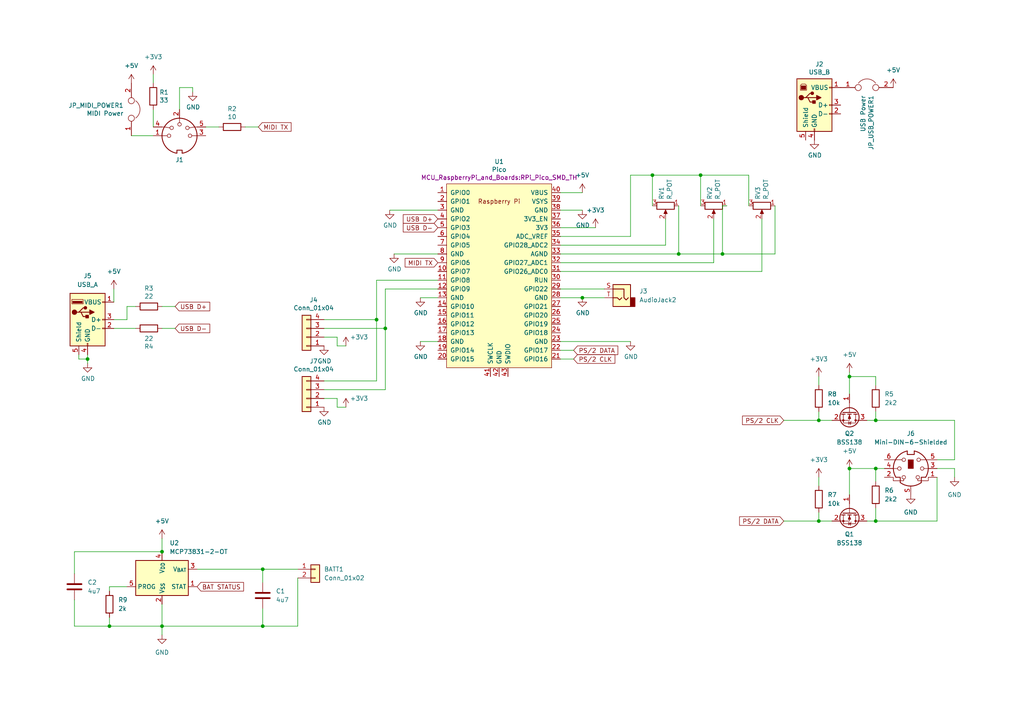
<source format=kicad_sch>
(kicad_sch (version 20230121) (generator eeschema)
  (paper "A4")
  (lib_symbols
    (symbol "Battery_Management:MCP73831-2-OT"
      (property "Reference" "U" (at -7.62 6.35 0))
      (property "Value" "MCP73831-2-OT" (at 1.27 6.35 0))
      (symbol "MCP73831-2-OT_0_1"
        (rectangle (start -7.62 5.08) (end 7.62 -5.08) (stroke (width 0.254)) (fill (type background)))
      )
      (symbol "MCP73831-2-OT_1_1"
        (pin output line (at 10.16 -2.54 180) (length 2.54) (name "STAT") (number "1"))
        (pin power_in line (at 0 -7.62 90) (length 2.54) (name "V_{SS}") (number "2"))
        (pin power_out line (at 10.16 2.54 180) (length 2.54) (name "V_{BAT}") (number "3"))
        (pin power_in line (at 0 7.62 270) (length 2.54) (name "V_{DD}") (number "4"))
        (pin input line (at -10.16 -2.54 0) (length 2.54) (name "PROG") (number "5"))
      )
    )
    (symbol "Connector:DIN-5_180degree" (pin_names (offset 1.016))
      (property "Reference" "J" (at 3.175 5.715 0))
      (property "Value" "DIN-5_180degree" (at 0 -6.35 0))
      (symbol "DIN-5_180degree_0_1"
        (arc (start -5.08 0) (mid -3.8609 -3.3364) (end -0.762 -5.08) (stroke (width 0.254)))
        (circle (center -3.048 0) (radius 0.508))
        (circle (center -2.286 2.286) (radius 0.508))
        (polyline (pts (xy -5.08 0) (xy -3.556 0)))
        (polyline (pts (xy 0 5.08) (xy 0 3.81)))
        (polyline (pts (xy 5.08 0) (xy 3.556 0)))
        (polyline (pts (xy -5.08 2.54) (xy -4.318 2.54) (xy -2.794 2.286)))
        (polyline (pts (xy 5.08 2.54) (xy 4.318 2.54) (xy 2.794 2.286)))
        (polyline (pts (xy -0.762 -4.953) (xy -0.762 -4.191) (xy 0.762 -4.191) (xy 0.762 -4.953)) (stroke (width 0.254)))
        (circle (center 0 3.302) (radius 0.508))
        (arc (start 0.762 -5.08) (mid 3.8685 -3.343) (end 5.08 0) (stroke (width 0.254)))
        (circle (center 2.286 2.286) (radius 0.508))
        (circle (center 3.048 0) (radius 0.508))
        (arc (start 5.08 0) (mid 0 5.0579) (end -5.08 0) (stroke (width 0.254)))
      )
      (symbol "DIN-5_180degree_1_1"
        (pin passive line (at -7.62 0 0) (length 2.54) (name "~") (number "1"))
        (pin passive line (at 0 7.62 270) (length 2.54) (name "~") (number "2"))
        (pin passive line (at 7.62 0 180) (length 2.54) (name "~") (number "3"))
        (pin passive line (at -7.62 2.54 0) (length 2.54) (name "~") (number "4"))
        (pin passive line (at 7.62 2.54 180) (length 2.54) (name "~") (number "5"))
      )
    )
    (symbol "Connector:USB_A" (pin_names (offset 1.016))
      (property "Reference" "J" (at -5.08 11.43 0))
      (property "Value" "USB_A" (at -5.08 8.89 0))
      (symbol "USB_A_0_1"
        (rectangle (start -5.08 -7.62) (end 5.08 7.62) (stroke (width 0.254)) (fill (type background)))
        (circle (center -3.81 2.159) (radius 0.635) (stroke (width 0.254)) (fill (type outline)))
        (rectangle (start -1.524 4.826) (end -4.318 5.334) (fill (type outline)))
        (rectangle (start -1.27 4.572) (end -4.572 5.842))
        (circle (center -0.635 3.429) (radius 0.381) (stroke (width 0.254)) (fill (type outline)))
        (rectangle (start -0.127 -7.62) (end 0.127 -6.858))
        (polyline (pts (xy -3.175 2.159) (xy -2.54 2.159) (xy -1.27 3.429) (xy -0.635 3.429)) (stroke (width 0.254)))
        (polyline (pts (xy -2.54 2.159) (xy -1.905 2.159) (xy -1.27 0.889) (xy 0 0.889)) (stroke (width 0.254)))
        (polyline (pts (xy 0.635 2.794) (xy 0.635 1.524) (xy 1.905 2.159) (xy 0.635 2.794)) (stroke (width 0.254)) (fill (type outline)))
        (rectangle (start 0.254 1.27) (end -0.508 0.508) (stroke (width 0.254)) (fill (type outline)))
        (rectangle (start 5.08 -2.667) (end 4.318 -2.413))
        (rectangle (start 5.08 -0.127) (end 4.318 0.127))
        (rectangle (start 5.08 4.953) (end 4.318 5.207))
      )
      (symbol "USB_A_1_1"
        (polyline (pts (xy -1.905 2.159) (xy 0.635 2.159)) (stroke (width 0.254)))
        (pin power_in line (at 7.62 5.08 180) (length 2.54) (name "VBUS") (number "1"))
        (pin bidirectional line (at 7.62 -2.54 180) (length 2.54) (name "D-") (number "2"))
        (pin bidirectional line (at 7.62 0 180) (length 2.54) (name "D+") (number "3"))
        (pin power_in line (at 0 -10.16 90) (length 2.54) (name "GND") (number "4"))
        (pin passive line (at -2.54 -10.16 90) (length 2.54) (name "Shield") (number "5"))
      )
    )
    (symbol "Connector:USB_B" (pin_names (offset 1.016))
      (property "Reference" "J" (at -5.08 11.43 0))
      (property "Value" "USB_B" (at -5.08 8.89 0))
      (symbol "USB_B_0_1"
        (rectangle (start -5.08 -7.62) (end 5.08 7.62) (stroke (width 0.254)) (fill (type background)))
        (circle (center -3.81 2.159) (radius 0.635) (stroke (width 0.254)) (fill (type outline)))
        (rectangle (start -3.81 5.588) (end -2.54 4.572) (fill (type outline)))
        (circle (center -0.635 3.429) (radius 0.381) (stroke (width 0.254)) (fill (type outline)))
        (rectangle (start -0.127 -7.62) (end 0.127 -6.858))
        (polyline (pts (xy -1.905 2.159) (xy 0.635 2.159)) (stroke (width 0.254)))
        (polyline (pts (xy -3.175 2.159) (xy -2.54 2.159) (xy -1.27 3.429) (xy -0.635 3.429)) (stroke (width 0.254)))
        (polyline (pts (xy -2.54 2.159) (xy -1.905 2.159) (xy -1.27 0.889) (xy 0 0.889)) (stroke (width 0.254)))
        (polyline (pts (xy 0.635 2.794) (xy 0.635 1.524) (xy 1.905 2.159) (xy 0.635 2.794)) (stroke (width 0.254)) (fill (type outline)))
        (polyline (pts (xy -4.064 4.318) (xy -2.286 4.318) (xy -2.286 5.715) (xy -2.667 6.096) (xy -3.683 6.096) (xy -4.064 5.715) (xy -4.064 4.318)))
        (rectangle (start 0.254 1.27) (end -0.508 0.508) (stroke (width 0.254)) (fill (type outline)))
        (rectangle (start 5.08 -2.667) (end 4.318 -2.413))
        (rectangle (start 5.08 -0.127) (end 4.318 0.127))
        (rectangle (start 5.08 4.953) (end 4.318 5.207))
      )
      (symbol "USB_B_1_1"
        (pin power_out line (at 7.62 5.08 180) (length 2.54) (name "VBUS") (number "1"))
        (pin bidirectional line (at 7.62 -2.54 180) (length 2.54) (name "D-") (number "2"))
        (pin bidirectional line (at 7.62 0 180) (length 2.54) (name "D+") (number "3"))
        (pin power_out line (at 0 -10.16 90) (length 2.54) (name "GND") (number "4"))
        (pin passive line (at -2.54 -10.16 90) (length 2.54) (name "Shield") (number "5"))
      )
    )
    (symbol "Connector_Audio:AudioJack2"
      (property "Reference" "J" (at 0 8.89 0))
      (property "Value" "AudioJack2" (at 0 6.35 0))
      (symbol "AudioJack2_0_1"
        (rectangle (start -3.81 0) (end -2.54 -2.54) (stroke (width 0.254)) (fill (type outline)))
        (rectangle (start -2.54 3.81) (end 2.54 -2.54) (stroke (width 0.254)) (fill (type background)))
        (polyline (pts (xy 0 0) (xy 0.635 -0.635) (xy 1.27 0) (xy 2.54 0)) (stroke (width 0.254)))
        (polyline (pts (xy 2.54 2.54) (xy -0.635 2.54) (xy -0.635 0) (xy -1.27 -0.635) (xy -1.905 0)) (stroke (width 0.254)))
      )
      (symbol "AudioJack2_1_1"
        (pin passive line (at 5.08 2.54 180) (length 2.54) (name "~") (number "S"))
        (pin passive line (at 5.08 0 180) (length 2.54) (name "~") (number "T"))
      )
    )
    (symbol "Connector_Generic:Conn_01x02" (pin_names (offset 1.016) hide)
      (property "Reference" "J" (at 0 2.54 0))
      (property "Value" "Conn_01x02" (at 0 -5.08 0))
      (symbol "Conn_01x02_1_1"
        (rectangle (start -1.27 -2.413) (end 0 -2.667) (stroke (width 0.1524)))
        (rectangle (start -1.27 0.127) (end 0 -0.127) (stroke (width 0.1524)))
        (rectangle (start -1.27 1.27) (end 1.27 -3.81) (stroke (width 0.254)) (fill (type background)))
        (pin passive line (at -5.08 0 0) (length 3.81) (name "Pin_1") (number "1"))
        (pin passive line (at -5.08 -2.54 0) (length 3.81) (name "Pin_2") (number "2"))
      )
    )
    (symbol "Connector_Generic:Conn_01x04" (pin_names (offset 1.016) hide)
      (property "Reference" "J" (at 0 5.08 0))
      (property "Value" "Conn_01x04" (at 0 -7.62 0))
      (symbol "Conn_01x04_1_1"
        (rectangle (start -1.27 -4.953) (end 0 -5.207) (stroke (width 0.1524)))
        (rectangle (start -1.27 -2.413) (end 0 -2.667) (stroke (width 0.1524)))
        (rectangle (start -1.27 0.127) (end 0 -0.127) (stroke (width 0.1524)))
        (rectangle (start -1.27 2.667) (end 0 2.413) (stroke (width 0.1524)))
        (rectangle (start -1.27 3.81) (end 1.27 -6.35) (stroke (width 0.254)) (fill (type background)))
        (pin passive line (at -5.08 2.54 0) (length 3.81) (name "Pin_1") (number "1"))
        (pin passive line (at -5.08 0 0) (length 3.81) (name "Pin_2") (number "2"))
        (pin passive line (at -5.08 -2.54 0) (length 3.81) (name "Pin_3") (number "3"))
        (pin passive line (at -5.08 -5.08 0) (length 3.81) (name "Pin_4") (number "4"))
      )
    )
    (symbol "Device:C" (pin_numbers hide) (pin_names (offset 0.254))
      (property "Reference" "C" (at 0.635 2.54 0))
      (property "Value" "C" (at 0.635 -2.54 0))
      (symbol "C_0_1"
        (polyline (pts (xy -2.032 -0.762) (xy 2.032 -0.762)) (stroke (width 0.508)))
        (polyline (pts (xy -2.032 0.762) (xy 2.032 0.762)) (stroke (width 0.508)))
      )
      (symbol "C_1_1"
        (pin passive line (at 0 3.81 270) (length 2.794) (name "~") (number "1"))
        (pin passive line (at 0 -3.81 90) (length 2.794) (name "~") (number "2"))
      )
    )
    (symbol "Device:R" (pin_numbers hide) (pin_names (offset 0))
      (property "Reference" "R" (at 2.032 0 90))
      (property "Value" "R" (at 0 0 90))
      (symbol "R_0_1"
        (rectangle (start -1.016 -2.54) (end 1.016 2.54) (stroke (width 0.254)))
      )
      (symbol "R_1_1"
        (pin passive line (at 0 3.81 270) (length 1.27) (name "~") (number "1"))
        (pin passive line (at 0 -3.81 90) (length 1.27) (name "~") (number "2"))
      )
    )
    (symbol "Transistor_FET:BSS138" (pin_names hide)
      (property "Reference" "Q" (at 5.08 1.905 0))
      (property "Value" "BSS138" (at 5.08 0 0))
      (symbol "BSS138_0_1"
        (polyline (pts (xy 0.254 0) (xy -2.54 0)))
        (polyline (pts (xy 0.254 1.905) (xy 0.254 -1.905)) (stroke (width 0.254)))
        (polyline (pts (xy 0.762 -1.27) (xy 0.762 -2.286)) (stroke (width 0.254)))
        (polyline (pts (xy 0.762 0.508) (xy 0.762 -0.508)) (stroke (width 0.254)))
        (polyline (pts (xy 0.762 2.286) (xy 0.762 1.27)) (stroke (width 0.254)))
        (polyline (pts (xy 2.54 2.54) (xy 2.54 1.778)))
        (polyline (pts (xy 2.54 -2.54) (xy 2.54 0) (xy 0.762 0)))
        (polyline (pts (xy 0.762 -1.778) (xy 3.302 -1.778) (xy 3.302 1.778) (xy 0.762 1.778)))
        (polyline (pts (xy 1.016 0) (xy 2.032 0.381) (xy 2.032 -0.381) (xy 1.016 0)) (fill (type outline)))
        (polyline (pts (xy 2.794 0.508) (xy 2.921 0.381) (xy 3.683 0.381) (xy 3.81 0.254)))
        (polyline (pts (xy 3.302 0.381) (xy 2.921 -0.254) (xy 3.683 -0.254) (xy 3.302 0.381)))
        (circle (center 1.651 0) (radius 2.794) (stroke (width 0.254)))
        (circle (center 2.54 -1.778) (radius 0.254) (fill (type outline)))
        (circle (center 2.54 1.778) (radius 0.254) (fill (type outline)))
      )
      (symbol "BSS138_1_1"
        (pin input line (at -5.08 0 0) (length 2.54) (name "G") (number "1"))
        (pin passive line (at 2.54 -5.08 90) (length 2.54) (name "S") (number "2"))
        (pin passive line (at 2.54 5.08 270) (length 2.54) (name "D") (number "3"))
      )
    )
    (symbol "keytar-parts:Mini-DIN-6-Shielded" (pin_names (offset 1.016))
      (property "Reference" "J" (at 0 6.35 0))
      (property "Value" "Mini-DIN-6-Shielded" (at 0 8.89 0))
      (symbol "Mini-DIN-6-Shielded_0_1"
        (circle (center -3.302 0) (radius 0.508))
        (arc (start -3.048 -4.064) (mid 0 -5.08) (end 3.048 -4.064) (stroke (width 0.254)))
        (circle (center -2.032 -2.54) (radius 0.508))
        (circle (center -2.032 2.54) (radius 0.508))
        (arc (start -1.016 5.08) (mid -4.6228 2.1214) (end -4.318 -2.54) (stroke (width 0.254)))
        (rectangle (start -0.762 2.54) (end 0.762 0) (fill (type outline)))
        (polyline (pts (xy -3.81 0) (xy -5.08 0)))
        (polyline (pts (xy -2.54 2.54) (xy -5.08 2.54)))
        (polyline (pts (xy 2.794 2.54) (xy 5.08 2.54)))
        (polyline (pts (xy 5.08 0) (xy 3.81 0)))
        (polyline (pts (xy -4.318 -2.54) (xy -3.048 -2.54) (xy -3.048 -4.064)) (stroke (width 0.254)))
        (polyline (pts (xy 4.318 -2.54) (xy 3.048 -2.54) (xy 3.048 -4.064)) (stroke (width 0.254)))
        (polyline (pts (xy -2.032 -3.048) (xy -2.032 -3.556) (xy -5.08 -3.556) (xy -5.08 -2.54)))
        (polyline (pts (xy -1.016 5.08) (xy -1.016 4.064) (xy 1.016 4.064) (xy 1.016 5.08)) (stroke (width 0.254)))
        (polyline (pts (xy 2.032 -3.048) (xy 2.032 -3.556) (xy 5.08 -3.556) (xy 5.08 -2.54)))
        (circle (center 2.032 -2.54) (radius 0.508))
        (circle (center 2.286 2.54) (radius 0.508))
        (circle (center 3.302 0) (radius 0.508))
        (arc (start 4.318 -2.54) (mid 4.6661 2.1322) (end 1.016 5.08) (stroke (width 0.254)))
      )
      (symbol "Mini-DIN-6-Shielded_1_1"
        (pin passive line (at 7.62 -2.54 180) (length 2.54) (name "~") (number "1"))
        (pin passive line (at -7.62 -2.54 0) (length 2.54) (name "~") (number "2"))
        (pin passive line (at 7.62 0 180) (length 2.54) (name "~") (number "3"))
        (pin passive line (at -7.62 0 0) (length 2.54) (name "~") (number "4"))
        (pin passive line (at 7.62 2.54 180) (length 2.54) (name "~") (number "5"))
        (pin passive line (at -7.62 2.54 0) (length 2.54) (name "~") (number "6"))
        (pin passive line (at 0 -7.62 90) (length 2.54) (name "") (number "S"))
      )
    )
    (symbol "keytar-rescue:Jumper-Device" (pin_names (offset 0.762) hide)
      (property "Reference" "JP" (at 0 3.81 0))
      (property "Value" "Device_Jumper" (at 0 -2.032 0))
      (symbol "Jumper-Device_0_1"
        (circle (center -2.54 0) (radius 0.889))
        (arc (start 2.5146 1.27) (mid 0.0078 2.5097) (end -2.4892 1.27))
        (circle (center 2.54 0) (radius 0.889))
        (pin passive line (at -7.62 0 0) (length 4.191) (name "1") (number "1"))
        (pin passive line (at 7.62 0 180) (length 4.191) (name "2") (number "2"))
      )
    )
    (symbol "keytar-rescue:Pico-MCU_RaspberryPi_and_Boards" (pin_names (offset 1.016))
      (property "Reference" "U" (at -13.97 27.94 0))
      (property "Value" "MCU_RaspberryPi_and_Boards_Pico" (at 0 19.05 0))
      (symbol "Pico-MCU_RaspberryPi_and_Boards_0_0"
        (text "Raspberry Pi" (at 0 21.59 0) (effects (font (size 1.27 1.27))))
      )
      (symbol "Pico-MCU_RaspberryPi_and_Boards_0_1"
        (rectangle (start -15.24 26.67) (end 15.24 -26.67) (fill (type background)))
      )
      (symbol "Pico-MCU_RaspberryPi_and_Boards_1_1"
        (pin bidirectional line (at -17.78 24.13 0) (length 2.54) (name "GPIO0") (number "1"))
        (pin bidirectional line (at -17.78 1.27 0) (length 2.54) (name "GPIO7") (number "10"))
        (pin bidirectional line (at -17.78 -1.27 0) (length 2.54) (name "GPIO8") (number "11"))
        (pin bidirectional line (at -17.78 -3.81 0) (length 2.54) (name "GPIO9") (number "12"))
        (pin power_in line (at -17.78 -6.35 0) (length 2.54) (name "GND") (number "13"))
        (pin bidirectional line (at -17.78 -8.89 0) (length 2.54) (name "GPIO10") (number "14"))
        (pin bidirectional line (at -17.78 -11.43 0) (length 2.54) (name "GPIO11") (number "15"))
        (pin bidirectional line (at -17.78 -13.97 0) (length 2.54) (name "GPIO12") (number "16"))
        (pin bidirectional line (at -17.78 -16.51 0) (length 2.54) (name "GPIO13") (number "17"))
        (pin power_in line (at -17.78 -19.05 0) (length 2.54) (name "GND") (number "18"))
        (pin bidirectional line (at -17.78 -21.59 0) (length 2.54) (name "GPIO14") (number "19"))
        (pin bidirectional line (at -17.78 21.59 0) (length 2.54) (name "GPIO1") (number "2"))
        (pin bidirectional line (at -17.78 -24.13 0) (length 2.54) (name "GPIO15") (number "20"))
        (pin bidirectional line (at 17.78 -24.13 180) (length 2.54) (name "GPIO16") (number "21"))
        (pin bidirectional line (at 17.78 -21.59 180) (length 2.54) (name "GPIO17") (number "22"))
        (pin power_in line (at 17.78 -19.05 180) (length 2.54) (name "GND") (number "23"))
        (pin bidirectional line (at 17.78 -16.51 180) (length 2.54) (name "GPIO18") (number "24"))
        (pin bidirectional line (at 17.78 -13.97 180) (length 2.54) (name "GPIO19") (number "25"))
        (pin bidirectional line (at 17.78 -11.43 180) (length 2.54) (name "GPIO20") (number "26"))
        (pin bidirectional line (at 17.78 -8.89 180) (length 2.54) (name "GPIO21") (number "27"))
        (pin power_in line (at 17.78 -6.35 180) (length 2.54) (name "GND") (number "28"))
        (pin bidirectional line (at 17.78 -3.81 180) (length 2.54) (name "GPIO22") (number "29"))
        (pin power_in line (at -17.78 19.05 0) (length 2.54) (name "GND") (number "3"))
        (pin input line (at 17.78 -1.27 180) (length 2.54) (name "RUN") (number "30"))
        (pin bidirectional line (at 17.78 1.27 180) (length 2.54) (name "GPIO26_ADC0") (number "31"))
        (pin bidirectional line (at 17.78 3.81 180) (length 2.54) (name "GPIO27_ADC1") (number "32"))
        (pin power_in line (at 17.78 6.35 180) (length 2.54) (name "AGND") (number "33"))
        (pin bidirectional line (at 17.78 8.89 180) (length 2.54) (name "GPIO28_ADC2") (number "34"))
        (pin unspecified line (at 17.78 11.43 180) (length 2.54) (name "ADC_VREF") (number "35"))
        (pin unspecified line (at 17.78 13.97 180) (length 2.54) (name "3V3") (number "36"))
        (pin input line (at 17.78 16.51 180) (length 2.54) (name "3V3_EN") (number "37"))
        (pin bidirectional line (at 17.78 19.05 180) (length 2.54) (name "GND") (number "38"))
        (pin unspecified line (at 17.78 21.59 180) (length 2.54) (name "VSYS") (number "39"))
        (pin bidirectional line (at -17.78 16.51 0) (length 2.54) (name "GPIO2") (number "4"))
        (pin unspecified line (at 17.78 24.13 180) (length 2.54) (name "VBUS") (number "40"))
        (pin input line (at -2.54 -29.21 90) (length 2.54) (name "SWCLK") (number "41"))
        (pin power_in line (at 0 -29.21 90) (length 2.54) (name "GND") (number "42"))
        (pin bidirectional line (at 2.54 -29.21 90) (length 2.54) (name "SWDIO") (number "43"))
        (pin bidirectional line (at -17.78 13.97 0) (length 2.54) (name "GPIO3") (number "5"))
        (pin bidirectional line (at -17.78 11.43 0) (length 2.54) (name "GPIO4") (number "6"))
        (pin bidirectional line (at -17.78 8.89 0) (length 2.54) (name "GPIO5") (number "7"))
        (pin power_in line (at -17.78 6.35 0) (length 2.54) (name "GND") (number "8"))
        (pin bidirectional line (at -17.78 3.81 0) (length 2.54) (name "GPIO6") (number "9"))
      )
    )
    (symbol "keytar-rescue:R_POT-Device" (pin_names (offset 1.016) hide)
      (property "Reference" "RV" (at -4.445 0 90))
      (property "Value" "Device_R_POT" (at -2.54 0 90))
      (symbol "R_POT-Device_0_1"
        (polyline (pts (xy 2.54 0) (xy 1.524 0)))
        (polyline (pts (xy 1.143 0) (xy 2.286 0.508) (xy 2.286 -0.508) (xy 1.143 0)) (fill (type outline)))
        (rectangle (start 1.016 2.54) (end -1.016 -2.54) (stroke (width 0.254)))
      )
      (symbol "R_POT-Device_1_1"
        (pin passive line (at 0 3.81 270) (length 1.27) (name "1") (number "1"))
        (pin passive line (at 3.81 0 180) (length 1.27) (name "2") (number "2"))
        (pin passive line (at 0 -3.81 90) (length 1.27) (name "3") (number "3"))
      )
    )
    (symbol "power:+3V3" (power) (pin_names (offset 0))
      (property "Value" "+3V3" (at 0 3.556 0))
      (symbol "+3V3_0_1"
        (polyline (pts (xy -0.762 1.27) (xy 0 2.54)))
        (polyline (pts (xy 0 0) (xy 0 2.54)))
        (polyline (pts (xy 0 2.54) (xy 0.762 1.27)))
      )
      (symbol "+3V3_1_1"
        (pin power_in line (at 0 0 90) (length 0) hide (name "+3V3") (number "1"))
      )
    )
    (symbol "power:+5V" (power) (pin_names (offset 0))
      (property "Value" "+5V" (at 0 3.556 0))
      (symbol "+5V_0_1"
        (polyline (pts (xy -0.762 1.27) (xy 0 2.54)))
        (polyline (pts (xy 0 0) (xy 0 2.54)))
        (polyline (pts (xy 0 2.54) (xy 0.762 1.27)))
      )
      (symbol "+5V_1_1"
        (pin power_in line (at 0 0 90) (length 0) hide (name "+5V") (number "1"))
      )
    )
    (symbol "power:GND" (power) (pin_names (offset 0))
      (property "Value" "GND" (at 0 -3.81 0))
      (symbol "GND_0_1"
        (polyline (pts (xy 0 0) (xy 0 -1.27) (xy 1.27 -1.27) (xy 0 -2.54) (xy -1.27 -1.27) (xy 0 -1.27)))
      )
      (symbol "GND_1_1"
        (pin power_in line (at 0 0 270) (length 0) hide (name "GND") (number "1"))
      )
    )
  )
  (junction (at 31.75 181.61))
  (junction (at 203.2 50.8))
  (junction (at 111.76 95.25))
  (junction (at 237.49 151.13))
  (junction (at 189.23 50.8))
  (junction (at 76.2 165.1))
  (junction (at 209.55 73.66))
  (junction (at 254 121.92))
  (junction (at 76.2 181.61))
  (junction (at 196.85 73.66))
  (junction (at 254 151.13))
  (junction (at 237.49 121.92))
  (junction (at 46.99 181.61))
  (junction (at 254 135.89))
  (junction (at 246.38 135.89))
  (junction (at 25.4 104.14))
  (junction (at 168.91 86.36))
  (junction (at 246.38 109.22))
  (junction (at 46.99 160.02))
  (junction (at 109.22 92.71))
  (wire (pts (xy 44.45 24.13) (xy 44.45 21.59)))
  (wire (pts (xy 76.2 168.91) (xy 76.2 165.1)))
  (wire (pts (xy 46.99 88.9) (xy 50.8 88.9)))
  (wire (pts (xy 182.88 50.8) (xy 189.23 50.8)))
  (wire (pts (xy 46.99 181.61) (xy 76.2 181.61)))
  (wire (pts (xy 162.56 71.12) (xy 193.04 71.12)))
  (wire (pts (xy 74.93 36.83) (xy 71.12 36.83)))
  (wire (pts (xy 203.2 50.8) (xy 217.17 50.8)))
  (wire (pts (xy 207.01 76.2) (xy 162.56 76.2)))
  (wire (pts (xy 33.02 92.71) (xy 36.83 92.71)))
  (wire (pts (xy 97.79 100.33) (xy 100.33 100.33)))
  (wire (pts (xy 97.79 118.11) (xy 100.33 118.11)))
  (wire (pts (xy 246.38 143.51) (xy 246.38 135.89)))
  (wire (pts (xy 254 119.38) (xy 254 121.92)))
  (wire (pts (xy 36.83 88.9) (xy 39.37 88.9)))
  (wire (pts (xy 241.3 121.92) (xy 237.49 121.92)))
  (wire (pts (xy 254 147.32) (xy 254 151.13)))
  (wire (pts (xy 162.56 83.82) (xy 175.26 83.82)))
  (wire (pts (xy 246.38 107.95) (xy 246.38 109.22)))
  (wire (pts (xy 86.36 167.64) (xy 86.36 181.61)))
  (wire (pts (xy 46.99 95.25) (xy 50.8 95.25)))
  (wire (pts (xy 246.38 109.22) (xy 254 109.22)))
  (wire (pts (xy 203.2 50.8) (xy 203.2 59.69)))
  (wire (pts (xy 25.4 102.87) (xy 25.4 104.14)))
  (wire (pts (xy 209.55 73.66) (xy 224.79 73.66)))
  (wire (pts (xy 33.02 95.25) (xy 39.37 95.25)))
  (wire (pts (xy 227.33 121.92) (xy 237.49 121.92)))
  (wire (pts (xy 114.3 73.66) (xy 127 73.66)))
  (wire (pts (xy 276.86 121.92) (xy 276.86 133.35)))
  (wire (pts (xy 251.46 121.92) (xy 254 121.92)))
  (wire (pts (xy 31.75 171.45) (xy 31.75 170.18)))
  (wire (pts (xy 46.99 175.26) (xy 46.99 181.61)))
  (wire (pts (xy 276.86 135.89) (xy 276.86 138.43)))
  (wire (pts (xy 162.56 68.58) (xy 182.88 68.58)))
  (wire (pts (xy 246.38 135.89) (xy 254 135.89)))
  (wire (pts (xy 31.75 170.18) (xy 36.83 170.18)))
  (wire (pts (xy 36.83 88.9) (xy 36.83 92.71)))
  (wire (pts (xy 25.4 104.14) (xy 25.4 105.41)))
  (wire (pts (xy 172.72 66.04) (xy 162.56 66.04)))
  (wire (pts (xy 271.78 135.89) (xy 276.86 135.89)))
  (wire (pts (xy 46.99 184.15) (xy 46.99 181.61)))
  (wire (pts (xy 22.86 104.14) (xy 25.4 104.14)))
  (wire (pts (xy 162.56 101.6) (xy 166.37 101.6)))
  (wire (pts (xy 189.23 50.8) (xy 203.2 50.8)))
  (wire (pts (xy 237.49 148.59) (xy 237.49 151.13)))
  (wire (pts (xy 162.56 78.74) (xy 220.98 78.74)))
  (wire (pts (xy 21.59 181.61) (xy 31.75 181.61)))
  (wire (pts (xy 109.22 92.71) (xy 109.22 81.28)))
  (wire (pts (xy 207.01 63.5) (xy 207.01 76.2)))
  (wire (pts (xy 59.69 36.83) (xy 63.5 36.83)))
  (wire (pts (xy 22.86 102.87) (xy 22.86 104.14)))
  (wire (pts (xy 38.1 39.37) (xy 44.45 39.37)))
  (wire (pts (xy 76.2 165.1) (xy 86.36 165.1)))
  (wire (pts (xy 224.79 73.66) (xy 224.79 59.69)))
  (wire (pts (xy 251.46 151.13) (xy 254 151.13)))
  (wire (pts (xy 111.76 113.03) (xy 111.76 95.25)))
  (wire (pts (xy 76.2 181.61) (xy 86.36 181.61)))
  (wire (pts (xy 196.85 73.66) (xy 209.55 73.66)))
  (wire (pts (xy 162.56 73.66) (xy 196.85 73.66)))
  (wire (pts (xy 196.85 59.69) (xy 196.85 73.66)))
  (wire (pts (xy 254 121.92) (xy 276.86 121.92)))
  (wire (pts (xy 76.2 176.53) (xy 76.2 181.61)))
  (wire (pts (xy 93.98 97.79) (xy 97.79 97.79)))
  (wire (pts (xy 193.04 71.12) (xy 193.04 63.5)))
  (wire (pts (xy 52.07 31.75) (xy 52.07 25.4)))
  (wire (pts (xy 162.56 60.96) (xy 168.91 60.96)))
  (wire (pts (xy 109.22 81.28) (xy 127 81.28)))
  (wire (pts (xy 31.75 181.61) (xy 46.99 181.61)))
  (wire (pts (xy 237.49 109.22) (xy 237.49 111.76)))
  (wire (pts (xy 33.02 83.82) (xy 33.02 87.63)))
  (wire (pts (xy 111.76 95.25) (xy 111.76 83.82)))
  (wire (pts (xy 31.75 181.61) (xy 31.75 179.07)))
  (wire (pts (xy 237.49 121.92) (xy 237.49 119.38)))
  (wire (pts (xy 93.98 92.71) (xy 109.22 92.71)))
  (wire (pts (xy 276.86 133.35) (xy 271.78 133.35)))
  (wire (pts (xy 55.88 25.4) (xy 55.88 26.67)))
  (wire (pts (xy 46.99 156.21) (xy 46.99 160.02)))
  (wire (pts (xy 162.56 55.88) (xy 168.91 55.88)))
  (wire (pts (xy 210.82 59.69) (xy 209.55 59.69)))
  (wire (pts (xy 237.49 138.43) (xy 237.49 140.97)))
  (wire (pts (xy 162.56 99.06) (xy 182.88 99.06)))
  (wire (pts (xy 93.98 115.57) (xy 97.79 115.57)))
  (wire (pts (xy 162.56 86.36) (xy 168.91 86.36)))
  (wire (pts (xy 97.79 115.57) (xy 97.79 118.11)))
  (wire (pts (xy 271.78 151.13) (xy 271.78 138.43)))
  (wire (pts (xy 21.59 173.99) (xy 21.59 181.61)))
  (wire (pts (xy 209.55 59.69) (xy 209.55 73.66)))
  (wire (pts (xy 189.23 50.8) (xy 189.23 59.69)))
  (wire (pts (xy 109.22 110.49) (xy 109.22 92.71)))
  (wire (pts (xy 254 111.76) (xy 254 109.22)))
  (wire (pts (xy 57.15 165.1) (xy 76.2 165.1)))
  (wire (pts (xy 121.92 86.36) (xy 127 86.36)))
  (wire (pts (xy 111.76 83.82) (xy 127 83.82)))
  (wire (pts (xy 182.88 50.8) (xy 182.88 68.58)))
  (wire (pts (xy 254 135.89) (xy 254 139.7)))
  (wire (pts (xy 44.45 36.83) (xy 44.45 31.75)))
  (wire (pts (xy 111.76 95.25) (xy 93.98 95.25)))
  (wire (pts (xy 220.98 78.74) (xy 220.98 63.5)))
  (wire (pts (xy 227.33 151.13) (xy 237.49 151.13)))
  (wire (pts (xy 168.91 86.36) (xy 175.26 86.36)))
  (wire (pts (xy 254 135.89) (xy 256.54 135.89)))
  (wire (pts (xy 52.07 25.4) (xy 55.88 25.4)))
  (wire (pts (xy 93.98 110.49) (xy 109.22 110.49)))
  (wire (pts (xy 237.49 151.13) (xy 241.3 151.13)))
  (wire (pts (xy 97.79 97.79) (xy 97.79 100.33)))
  (wire (pts (xy 121.92 99.06) (xy 127 99.06)))
  (wire (pts (xy 217.17 50.8) (xy 217.17 59.69)))
  (wire (pts (xy 113.03 60.96) (xy 127 60.96)))
  (wire (pts (xy 246.38 109.22) (xy 246.38 114.3)))
  (wire (pts (xy 93.98 113.03) (xy 111.76 113.03)))
  (wire (pts (xy 21.59 166.37) (xy 21.59 160.02)))
  (wire (pts (xy 21.59 160.02) (xy 46.99 160.02)))
  (wire (pts (xy 254 151.13) (xy 271.78 151.13)))
  (wire (pts (xy 162.56 104.14) (xy 166.37 104.14)))
  (global_label "MIDI TX" (shape input) (at 74.93 36.83 0) (property "Intersheetrefs" "${INTERSHEET_REFS}" (effects hide)))
  (global_label "USB D-" (shape input) (at 127 66.04 180) (property "Intersheetrefs" "${INTERSHEET_REFS}" (effects hide)))
  (global_label "USB D+" (shape input) (at 50.8 88.9 0) (property "Intersheetrefs" "${INTERSHEET_REFS}" (effects hide)))
  (global_label "MIDI TX" (shape input) (at 127 76.2 180) (property "Intersheetrefs" "${INTERSHEET_REFS}" (effects hide)))
  (global_label "PS{slash}2 CLK" (shape input) (at 166.37 104.14 0) (property "Intersheetrefs" "${INTERSHEET_REFS}" (effects hide)))
  (global_label "PS{slash}2 DATA" (shape input) (at 166.37 101.6 0) (property "Intersheetrefs" "${INTERSHEET_REFS}" (effects hide)))
  (global_label "USB D+" (shape input) (at 127 63.5 180) (property "Intersheetrefs" "${INTERSHEET_REFS}" (effects hide)))
  (global_label "PS{slash}2 CLK" (shape input) (at 227.33 121.92 180) (property "Intersheetrefs" "${INTERSHEET_REFS}" (effects hide)))
  (global_label "BAT STATUS" (shape input) (at 57.15 170.18 0) (property "Intersheetrefs" "${INTERSHEET_REFS}" (effects hide)))
  (global_label "PS{slash}2 DATA" (shape input) (at 227.33 151.13 180) (property "Intersheetrefs" "${INTERSHEET_REFS}" (effects hide)))
  (global_label "USB D-" (shape input) (at 50.8 95.25 0) (property "Intersheetrefs" "${INTERSHEET_REFS}" (effects hide)))
  (symbol (lib_id "keytar-rescue:Pico-MCU_RaspberryPi_and_Boards") (at 144.78 80.01 0) (unit 1)
    (property "Reference" "U1" (at 144.78 46.863 0))
    (property "Value" "Pico" (at 144.78 49.1744 0))
    (property "Footprint" "MCU_RaspberryPi_and_Boards:RPi_Pico_SMD_TH" (at 144.78 51.4858 0))
  )
  (symbol (lib_id "Connector:USB_B") (at 236.22 30.48 0) (unit 1)
    (property "Reference" "J2" (at 237.6678 18.6182 0))
    (property "Value" "USB_B" (at 237.6678 20.9296 0))
    (property "Footprint" "Connector_USB:USB_B_OST_USB-B1HSxx_Horizontal" (effects hide))
    (property "Datasheet" " ~" (effects hide))
  )
  (symbol (lib_id "power:GND") (at 236.22 40.64 0) (unit 1)
    (property "Reference" "#PWR0101" (effects hide))
    (property "Value" "GND" (at 236.347 45.0342 0))
  )
  (symbol (lib_id "power:GND") (at 55.88 26.67 0) (unit 1)
    (property "Reference" "#PWR0102" (effects hide))
    (property "Value" "GND" (at 56.007 31.0642 0))
  )
  (symbol (lib_id "Connector_Generic:Conn_01x04") (at 88.9 97.79 180) (unit 1)
    (property "Reference" "J4" (at 90.9828 86.995 0))
    (property "Value" "Conn_01x04" (at 90.9828 89.3064 0))
    (property "Footprint" "Connector_JST:JST_XH_B4B-XH-A_1x04_P2.50mm_Vertical" (effects hide))
  )
  (symbol (lib_id "Connector:DIN-5_180degree") (at 52.07 39.37 0) (unit 1)
    (property "Reference" "J1" (at 52.07 46.355 0))
    (property "Value" " " (at 52.07 48.6664 0))
    (property "Footprint" "Eurocad:MIDI_DIN5" (effects hide))
    (property "Datasheet" "http://www.mouser.com/ds/2/18/40_c091_abd_e-75918.pdf" (effects hide))
  )
  (symbol (lib_id "Device:R") (at 44.45 27.94 180) (unit 1)
    (property "Reference" "R1" (at 46.228 26.7716 0) (effects (justify right)))
    (property "Value" "33" (at 46.228 29.083 0) (effects (justify right)))
    (property "Footprint" "Resistor_SMD:R_1206_3216Metric_Pad1.30x1.75mm_HandSolder" (effects hide))
  )
  (symbol (lib_id "Device:R") (at 67.31 36.83 90) (unit 1)
    (property "Reference" "R2" (at 67.31 31.5722 90))
    (property "Value" "10" (at 67.31 33.8836 90))
    (property "Footprint" "Resistor_SMD:R_1206_3216Metric_Pad1.30x1.75mm_HandSolder" (effects hide))
  )
  (symbol (lib_id "keytar-rescue:Jumper-Device") (at 38.1 31.75 270) (mirror x) (unit 1)
    (property "Reference" "JP_MIDI_POWER1" (at 35.8648 30.5816 90) (effects (justify right)))
    (property "Value" "MIDI Power" (at 35.8648 32.893 90) (effects (justify right)))
    (property "Footprint" "Connector_PinHeader_2.54mm:PinHeader_1x02_P2.54mm_Vertical" (effects hide))
  )
  (symbol (lib_id "keytar-rescue:R_POT-Device") (at 193.04 59.69 270) (unit 1)
    (property "Reference" "RV1" (at 191.8716 57.912 0) (effects (justify right)))
    (property "Value" "R_POT" (at 194.183 57.912 0) (effects (justify right)))
    (property "Footprint" "Connector_JST:JST_XH_B3B-XH-A_1x03_P2.50mm_Vertical" (effects hide))
  )
  (symbol (lib_id "power:GND") (at 46.99 184.15 0) (unit 1)
    (property "Reference" "#PWR025" (effects hide))
    (property "Value" "GND" (at 46.99 189.23 0))
  )
  (symbol (lib_id "power:+3V3") (at 100.33 118.11 0) (unit 1)
    (property "Reference" "#PWR018" (effects hide))
    (property "Value" "+3V3" (at 104.14 115.57 0))
  )
  (symbol (lib_id "Device:R") (at 43.18 95.25 90) (mirror x) (unit 1)
    (property "Reference" "R4" (at 43.18 100.5078 90))
    (property "Value" "22" (at 43.18 98.1964 90))
    (property "Footprint" "Resistor_SMD:R_1206_3216Metric_Pad1.30x1.75mm_HandSolder" (effects hide))
  )
  (symbol (lib_id "Battery_Management:MCP73831-2-OT") (at 46.99 167.64 0) (unit 1)
    (property "Reference" "U2" (at 49.1841 157.48 0) (effects (justify left)))
    (property "Value" "MCP73831-2-OT" (at 49.1841 160.02 0) (effects (justify left)))
    (property "Footprint" "Package_TO_SOT_SMD:SOT-23-5" (effects hide))
    (property "Datasheet" "http://ww1.microchip.com/downloads/en/DeviceDoc/20001984g.pdf" (effects hide))
  )
  (symbol (lib_id "power:+5V") (at 38.1 24.13 0) (unit 1)
    (property "Reference" "#PWR011" (effects hide))
    (property "Value" "+5V" (at 38.1 19.05 0))
  )
  (symbol (lib_id "Device:R") (at 31.75 175.26 0) (unit 1)
    (property "Reference" "R9" (at 34.29 173.99 0) (effects (justify left)))
    (property "Value" "2k" (at 34.29 176.53 0) (effects (justify left)))
    (property "Footprint" "Resistor_SMD:R_1206_3216Metric_Pad1.30x1.75mm_HandSolder" (effects hide))
  )
  (symbol (lib_id "power:GND") (at 264.16 143.51 0) (unit 1)
    (property "Reference" "#PWR022" (effects hide))
    (property "Value" "GND" (at 264.16 148.59 0))
  )
  (symbol (lib_id "power:GND") (at 93.98 100.33 0) (unit 1)
    (property "Reference" "#PWR01" (effects hide))
    (property "Value" "GND" (at 94.107 104.7242 0))
  )
  (symbol (lib_id "power:GND") (at 168.91 60.96 0) (unit 1)
    (property "Reference" "#PWR08" (effects hide))
    (property "Value" "GND" (at 169.037 65.3542 0))
  )
  (symbol (lib_id "Device:R") (at 43.18 88.9 90) (unit 1)
    (property "Reference" "R3" (at 43.18 83.6422 90))
    (property "Value" "22" (at 43.18 85.9536 90))
    (property "Footprint" "Resistor_SMD:R_1206_3216Metric_Pad1.30x1.75mm_HandSolder" (effects hide))
  )
  (symbol (lib_id "power:+5V") (at 259.08 25.4 0) (unit 1)
    (property "Reference" "#PWR09" (effects hide))
    (property "Value" "+5V" (at 259.08 20.32 0))
  )
  (symbol (lib_id "power:+5V") (at 33.02 83.82 0) (unit 1)
    (property "Reference" "#PWR015" (effects hide))
    (property "Value" "+5V" (at 33.02 78.74 0))
  )
  (symbol (lib_id "power:GND") (at 113.03 60.96 0) (unit 1)
    (property "Reference" "#PWR02" (effects hide))
    (property "Value" "GND" (at 113.157 65.3542 0))
  )
  (symbol (lib_id "keytar-rescue:R_POT-Device") (at 207.01 59.69 270) (unit 1)
    (property "Reference" "RV2" (at 205.8416 57.912 0) (effects (justify right)))
    (property "Value" "R_POT" (at 208.153 57.912 0) (effects (justify right)))
    (property "Footprint" "Connector_JST:JST_XH_B3B-XH-A_1x03_P2.50mm_Vertical" (effects hide))
  )
  (symbol (lib_id "power:GND") (at 276.86 138.43 0) (unit 1)
    (property "Reference" "#PWR020" (effects hide))
    (property "Value" "GND" (at 276.86 143.51 0))
  )
  (symbol (lib_id "power:GND") (at 114.3 73.66 0) (unit 1)
    (property "Reference" "#PWR03" (effects hide))
    (property "Value" "GND" (at 114.427 78.0542 0))
  )
  (symbol (lib_id "power:GND") (at 121.92 99.06 0) (unit 1)
    (property "Reference" "#PWR05" (effects hide))
    (property "Value" "GND" (at 122.047 103.4542 0))
  )
  (symbol (lib_id "Connector:USB_A") (at 25.4 92.71 0) (unit 1)
    (property "Reference" "J5" (at 25.4 80.01 0))
    (property "Value" "USB_A" (at 25.4 82.55 0))
    (property "Footprint" "Connector_USB:USB_A_Molex_67643_Horizontal" (effects hide))
    (property "Datasheet" " ~" (effects hide))
  )
  (symbol (lib_id "Device:R") (at 254 115.57 0) (unit 1)
    (property "Reference" "R5" (at 256.54 114.3 0) (effects (justify left)))
    (property "Value" "2k2" (at 256.54 116.84 0) (effects (justify left)))
    (property "Footprint" "Resistor_SMD:R_1206_3216Metric_Pad1.30x1.75mm_HandSolder" (effects hide))
  )
  (symbol (lib_id "Device:R") (at 237.49 144.78 0) (unit 1)
    (property "Reference" "R7" (at 240.03 143.51 0) (effects (justify left)))
    (property "Value" "10k" (at 240.03 146.05 0) (effects (justify left)))
    (property "Footprint" "Resistor_SMD:R_1206_3216Metric_Pad1.30x1.75mm_HandSolder" (effects hide))
  )
  (symbol (lib_id "keytar-rescue:R_POT-Device") (at 220.98 59.69 270) (unit 1)
    (property "Reference" "RV3" (at 219.8116 57.912 0) (effects (justify right)))
    (property "Value" "R_POT" (at 222.123 57.912 0) (effects (justify right)))
    (property "Footprint" "Connector_JST:JST_XH_B3B-XH-A_1x03_P2.50mm_Vertical" (effects hide))
  )
  (symbol (lib_id "Connector_Generic:Conn_01x04") (at 88.9 115.57 180) (unit 1)
    (property "Reference" "J7" (at 90.9828 104.775 0))
    (property "Value" "Conn_01x04" (at 90.9828 107.0864 0))
    (property "Footprint" "Connector_JST:JST_XH_B4B-XH-A_1x04_P2.50mm_Vertical" (effects hide))
  )
  (symbol (lib_id "power:GND") (at 93.98 118.11 0) (unit 1)
    (property "Reference" "#PWR017" (effects hide))
    (property "Value" "GND" (at 94.107 122.5042 0))
  )
  (symbol (lib_id "power:+5V") (at 46.99 156.21 0) (unit 1)
    (property "Reference" "#PWR026" (effects hide))
    (property "Value" "+5V" (at 46.99 151.13 0))
  )
  (symbol (lib_id "power:+3V3") (at 44.45 21.59 0) (unit 1)
    (property "Reference" "#PWR012" (effects hide))
    (property "Value" "+3V3" (at 44.45 16.51 0))
  )
  (symbol (lib_id "power:GND") (at 182.88 99.06 0) (unit 1)
    (property "Reference" "#PWR06" (effects hide))
    (property "Value" "GND" (at 183.007 103.4542 0))
  )
  (symbol (lib_id "Device:R") (at 254 143.51 0) (unit 1)
    (property "Reference" "R6" (at 256.54 142.24 0) (effects (justify left)))
    (property "Value" "2k2" (at 256.54 144.78 0) (effects (justify left)))
    (property "Footprint" "Resistor_SMD:R_1206_3216Metric_Pad1.30x1.75mm_HandSolder" (effects hide))
  )
  (symbol (lib_id "power:+5V") (at 246.38 135.89 0) (unit 1)
    (property "Reference" "#PWR019" (effects hide))
    (property "Value" "+5V" (at 246.38 130.81 0))
  )
  (symbol (lib_id "power:GND") (at 121.92 86.36 0) (unit 1)
    (property "Reference" "#PWR04" (effects hide))
    (property "Value" "GND" (at 122.047 90.7542 0))
  )
  (symbol (lib_id "power:GND") (at 25.4 105.41 0) (unit 1)
    (property "Reference" "#PWR016" (effects hide))
    (property "Value" "GND" (at 25.527 109.8042 0))
  )
  (symbol (lib_id "power:GND") (at 168.91 86.36 0) (unit 1)
    (property "Reference" "#PWR07" (effects hide))
    (property "Value" "GND" (at 169.037 90.7542 0))
  )
  (symbol (lib_id "power:+5V") (at 168.91 55.88 0) (unit 1)
    (property "Reference" "#PWR010" (effects hide))
    (property "Value" "+5V" (at 168.91 50.8 0))
  )
  (symbol (lib_id "Device:C") (at 76.2 172.72 0) (unit 1)
    (property "Reference" "C1" (at 80.01 171.45 0) (effects (justify left)))
    (property "Value" "4u7" (at 80.01 173.99 0) (effects (justify left)))
    (property "Footprint" "Capacitor_SMD:C_1206_3216Metric_Pad1.33x1.80mm_HandSolder" (effects hide))
  )
  (symbol (lib_id "keytar-parts:Mini-DIN-6-Shielded") (at 264.16 135.89 0) (unit 1)
    (property "Reference" "J6" (at 264.1777 125.73 0))
    (property "Value" "Mini-DIN-6-Shielded" (at 264.1777 128.27 0))
    (property "Footprint" "keyar-parts:EB-DIOS M06" (effects hide))
  )
  (symbol (lib_id "power:+3V3") (at 172.72 66.04 0) (unit 1)
    (property "Reference" "#PWR013" (effects hide))
    (property "Value" "+3V3" (at 172.72 60.96 0))
  )
  (symbol (lib_id "Connector_Generic:Conn_01x02") (at 91.44 165.1 0) (unit 1)
    (property "Reference" "BATT1" (at 93.98 165.1 0) (effects (justify left)))
    (property "Value" "Conn_01x02" (at 93.98 167.64 0) (effects (justify left)))
    (property "Footprint" "Connector_JST:JST_XH_B2B-XH-A_1x02_P2.50mm_Vertical" (effects hide))
  )
  (symbol (lib_id "Device:R") (at 237.49 115.57 0) (unit 1)
    (property "Reference" "R8" (at 240.03 114.3 0) (effects (justify left)))
    (property "Value" "10k" (at 240.03 116.84 0) (effects (justify left)))
    (property "Footprint" "Resistor_SMD:R_1206_3216Metric_Pad1.30x1.75mm_HandSolder" (effects hide))
  )
  (symbol (lib_id "Transistor_FET:BSS138") (at 246.38 119.38 270) (unit 1)
    (property "Reference" "Q2" (at 246.38 125.73 90))
    (property "Value" "BSS138" (at 246.38 128.27 90))
    (property "Footprint" "Package_TO_SOT_SMD:SOT-23" (effects hide))
    (property "Datasheet" "https://www.onsemi.com/pub/Collateral/BSS138-D.PDF" (effects hide))
  )
  (symbol (lib_id "power:+3V3") (at 237.49 109.22 0) (unit 1)
    (property "Reference" "#PWR021" (effects hide))
    (property "Value" "+3V3" (at 237.49 104.14 0))
  )
  (symbol (lib_id "power:+5V") (at 246.38 107.95 0) (unit 1)
    (property "Reference" "#PWR023" (effects hide))
    (property "Value" "+5V" (at 246.38 102.87 0))
  )
  (symbol (lib_id "Connector_Audio:AudioJack2") (at 180.34 86.36 0) (mirror y) (unit 1)
    (property "Reference" "J3" (at 185.42 84.455 0) (effects (justify right)))
    (property "Value" "AudioJack2" (at 185.42 86.995 0) (effects (justify right)))
    (property "Footprint" "Connector_Audio:Jack_6.35mm_Neutrik_NRJ4HF_Horizontal" (effects hide))
  )
  (symbol (lib_id "power:+3V3") (at 100.33 100.33 0) (unit 1)
    (property "Reference" "#PWR014" (effects hide))
    (property "Value" "+3V3" (at 104.14 97.79 0))
  )
  (symbol (lib_id "Device:C") (at 21.59 170.18 0) (unit 1)
    (property "Reference" "C2" (at 25.4 168.91 0) (effects (justify left)))
    (property "Value" "4u7" (at 25.4 171.45 0) (effects (justify left)))
    (property "Footprint" "Capacitor_SMD:C_1206_3216Metric_Pad1.33x1.80mm_HandSolder" (effects hide))
  )
  (symbol (lib_id "Transistor_FET:BSS138") (at 246.38 148.59 270) (unit 1)
    (property "Reference" "Q1" (at 246.38 154.94 90))
    (property "Value" "BSS138" (at 246.38 157.48 90))
    (property "Footprint" "Package_TO_SOT_SMD:SOT-23" (effects hide))
    (property "Datasheet" "https://www.onsemi.com/pub/Collateral/BSS138-D.PDF" (effects hide))
  )
  (symbol (lib_id "power:+3V3") (at 237.49 138.43 0) (unit 1)
    (property "Reference" "#PWR024" (effects hide))
    (property "Value" "+3V3" (at 237.49 133.35 0))
  )
  (symbol (lib_id "keytar-rescue:Jumper-Device") (at 251.46 25.4 0) (unit 1)
    (property "Reference" "JP_USB_POWER1" (at 252.6284 27.6352 90) (effects (justify right)))
    (property "Value" "USB Power" (at 250.317 27.6352 90) (effects (justify right)))
    (property "Footprint" "Connector_PinHeader_2.54mm:PinHeader_1x02_P2.54mm_Vertical" (effects hide))
  )
)
</source>
